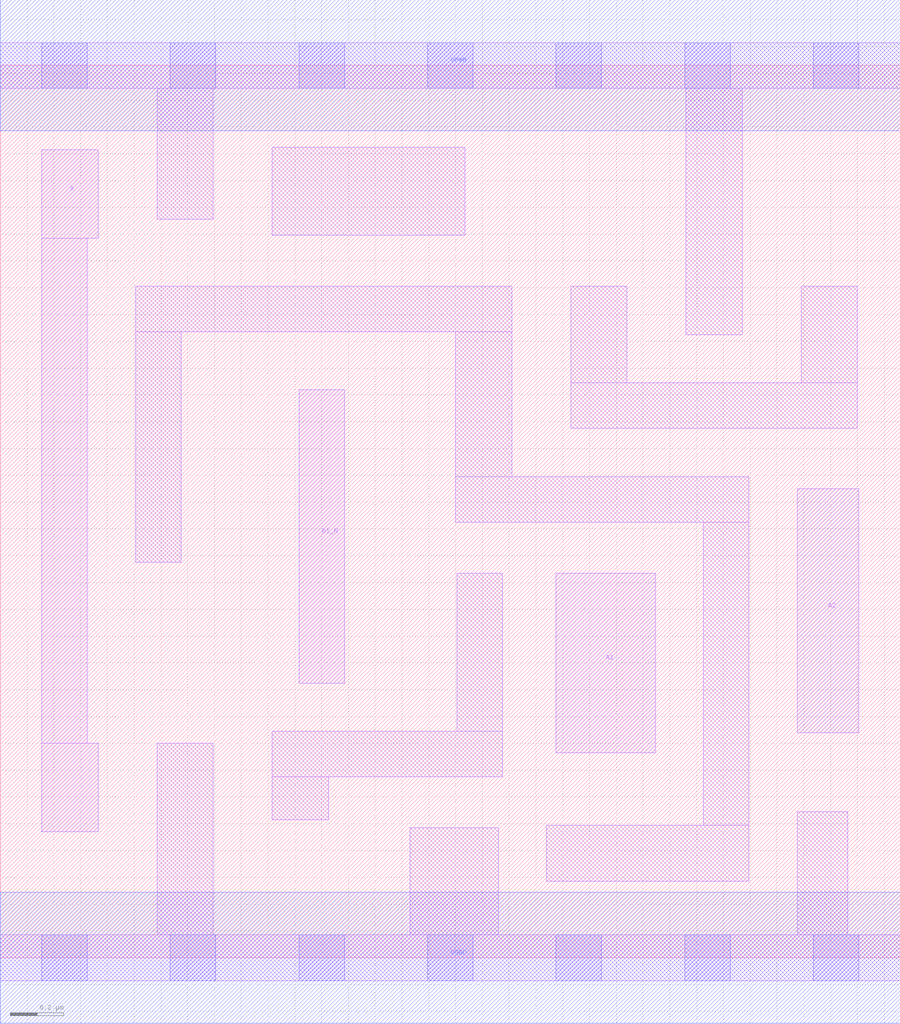
<source format=lef>
# Copyright 2020 The SkyWater PDK Authors
#
# Licensed under the Apache License, Version 2.0 (the "License");
# you may not use this file except in compliance with the License.
# You may obtain a copy of the License at
#
#     https://www.apache.org/licenses/LICENSE-2.0
#
# Unless required by applicable law or agreed to in writing, software
# distributed under the License is distributed on an "AS IS" BASIS,
# WITHOUT WARRANTIES OR CONDITIONS OF ANY KIND, either express or implied.
# See the License for the specific language governing permissions and
# limitations under the License.
#
# SPDX-License-Identifier: Apache-2.0

VERSION 5.7 ;
  NOWIREEXTENSIONATPIN ON ;
  DIVIDERCHAR "/" ;
  BUSBITCHARS "[]" ;
UNITS
  DATABASE MICRONS 200 ;
END UNITS
MACRO sky130_fd_sc_lp__a21bo_m
  CLASS CORE ;
  FOREIGN sky130_fd_sc_lp__a21bo_m ;
  ORIGIN  0.000000  0.000000 ;
  SIZE  3.360000 BY  3.330000 ;
  SYMMETRY X Y R90 ;
  SITE unit ;
  PIN A1
    ANTENNAGATEAREA  0.126000 ;
    DIRECTION INPUT ;
    USE SIGNAL ;
    PORT
      LAYER li1 ;
        RECT 2.075000 0.765000 2.445000 1.435000 ;
    END
  END A1
  PIN A2
    ANTENNAGATEAREA  0.126000 ;
    DIRECTION INPUT ;
    USE SIGNAL ;
    PORT
      LAYER li1 ;
        RECT 2.975000 0.840000 3.205000 1.750000 ;
    END
  END A2
  PIN B1_N
    ANTENNAGATEAREA  0.126000 ;
    DIRECTION INPUT ;
    USE SIGNAL ;
    PORT
      LAYER li1 ;
        RECT 1.115000 1.025000 1.285000 2.120000 ;
    END
  END B1_N
  PIN X
    ANTENNADIFFAREA  0.222600 ;
    DIRECTION OUTPUT ;
    USE SIGNAL ;
    PORT
      LAYER li1 ;
        RECT 0.155000 0.470000 0.365000 0.800000 ;
        RECT 0.155000 0.800000 0.325000 2.685000 ;
        RECT 0.155000 2.685000 0.365000 3.015000 ;
    END
  END X
  PIN VGND
    DIRECTION INOUT ;
    USE GROUND ;
    PORT
      LAYER met1 ;
        RECT 0.000000 -0.245000 3.360000 0.245000 ;
    END
  END VGND
  PIN VPWR
    DIRECTION INOUT ;
    USE POWER ;
    PORT
      LAYER met1 ;
        RECT 0.000000 3.085000 3.360000 3.575000 ;
    END
  END VPWR
  OBS
    LAYER li1 ;
      RECT 0.000000 -0.085000 3.360000 0.085000 ;
      RECT 0.000000  3.245000 3.360000 3.415000 ;
      RECT 0.505000  1.475000 0.675000 2.335000 ;
      RECT 0.505000  2.335000 1.910000 2.505000 ;
      RECT 0.585000  0.085000 0.795000 0.800000 ;
      RECT 0.585000  2.755000 0.795000 3.245000 ;
      RECT 1.015000  0.515000 1.225000 0.675000 ;
      RECT 1.015000  0.675000 1.875000 0.845000 ;
      RECT 1.015000  2.695000 1.735000 3.025000 ;
      RECT 1.530000  0.085000 1.860000 0.485000 ;
      RECT 1.700000  1.625000 2.795000 1.795000 ;
      RECT 1.700000  1.795000 1.910000 2.335000 ;
      RECT 1.705000  0.845000 1.875000 1.435000 ;
      RECT 2.040000  0.285000 2.795000 0.495000 ;
      RECT 2.130000  1.975000 3.200000 2.145000 ;
      RECT 2.130000  2.145000 2.340000 2.505000 ;
      RECT 2.560000  2.325000 2.770000 3.245000 ;
      RECT 2.625000  0.495000 2.795000 1.625000 ;
      RECT 2.975000  0.085000 3.165000 0.545000 ;
      RECT 2.990000  2.145000 3.200000 2.505000 ;
    LAYER mcon ;
      RECT 0.155000 -0.085000 0.325000 0.085000 ;
      RECT 0.155000  3.245000 0.325000 3.415000 ;
      RECT 0.635000 -0.085000 0.805000 0.085000 ;
      RECT 0.635000  3.245000 0.805000 3.415000 ;
      RECT 1.115000 -0.085000 1.285000 0.085000 ;
      RECT 1.115000  3.245000 1.285000 3.415000 ;
      RECT 1.595000 -0.085000 1.765000 0.085000 ;
      RECT 1.595000  3.245000 1.765000 3.415000 ;
      RECT 2.075000 -0.085000 2.245000 0.085000 ;
      RECT 2.075000  3.245000 2.245000 3.415000 ;
      RECT 2.555000 -0.085000 2.725000 0.085000 ;
      RECT 2.555000  3.245000 2.725000 3.415000 ;
      RECT 3.035000 -0.085000 3.205000 0.085000 ;
      RECT 3.035000  3.245000 3.205000 3.415000 ;
  END
END sky130_fd_sc_lp__a21bo_m
END LIBRARY

</source>
